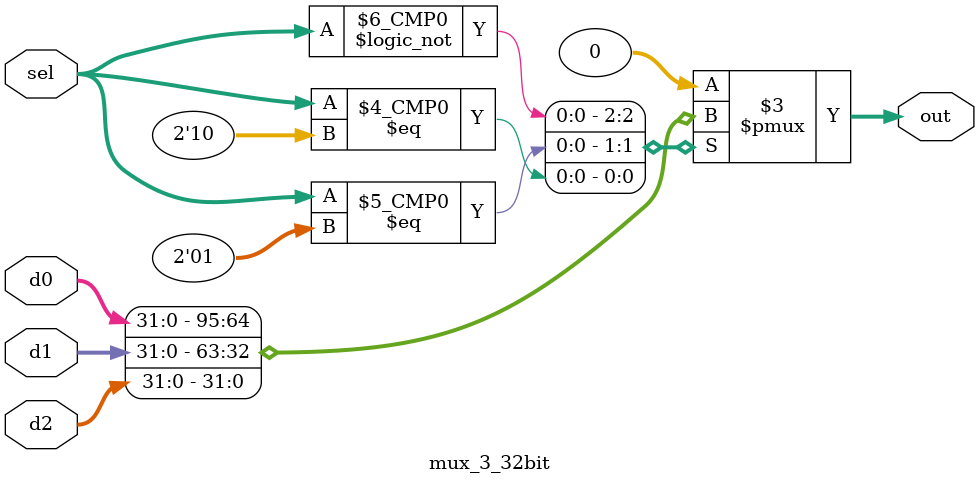
<source format=v>
module mux_3_32bit(
    input [31:0] d0,
    input [31:0] d1,
    input [31:0] d2,
    input [1:0] sel,          // 2-bit select (values: 00, 01, 10)
    output reg [31:0] out
);
    always @(*) begin
        case(sel)
            2'b00: out = d0;
            2'b01: out = d1;
            2'b10: out = d2;
            default: out = 32'h0; // unused case (sel=11)
        endcase
    end
endmodule


</source>
